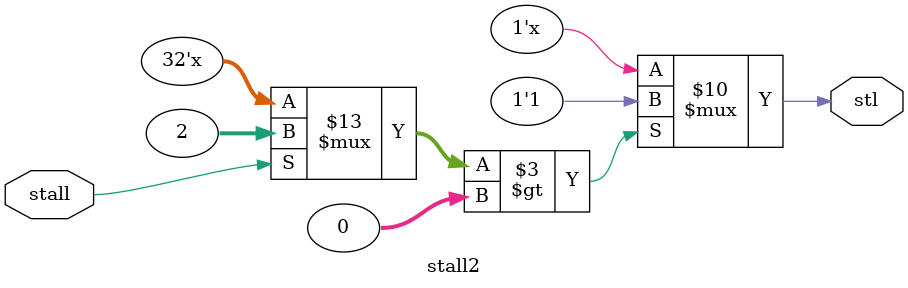
<source format=v>
module stall2(

	input stall,
	output reg stl);
	
	integer stallz;
	
	initial begin
	
		stallz = 0;
		
	end
	
	always @* begin
	
		if (stall == 1) begin
			
			stallz = 2;
			
		end
		
		if (stallz > 0) begin
			stl = 1;
			stallz = stallz - 1;
		
		end
		
	end
endmodule

</source>
